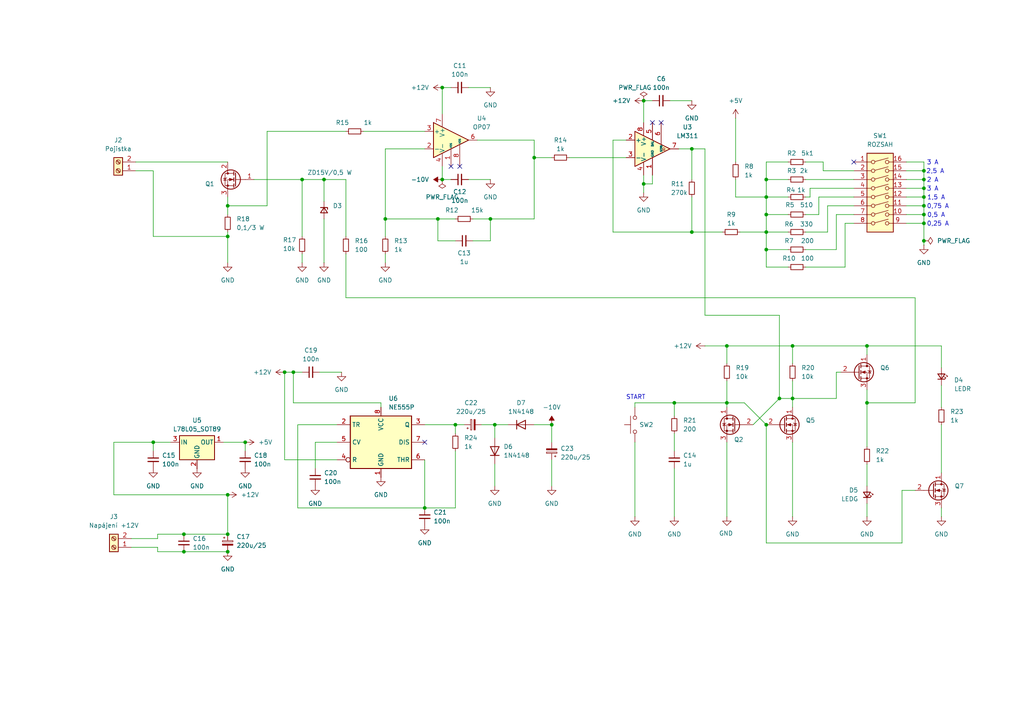
<source format=kicad_sch>
(kicad_sch (version 20231120) (generator "eeschema") (generator_version "8.0")
  (paper "A4")
  (lib_symbols
    (symbol "Amplifier_Operational:OP07" (pin_names (offset 0.127))
      (property "Reference" "U" (at 1.27 6.35 0))
      (property "Value" "OP07" (at 1.27 3.81 0))
      (symbol "OP07_1_1"
        (pin input line (at 0 -7.62 90) (length 5.08) (name "VOS") (number "1"))
        (pin input line (at -7.62 -2.54 0) (length 2.54) (name "-") (number "2"))
        (pin input line (at -7.62 2.54 0) (length 2.54) (name "+") (number "3"))
        (pin power_in line (at -2.54 -7.62 90) (length 3.81) (name "V-") (number "4"))
        (pin no_connect line (at 0 2.54 270) (length 2.54) hide (name "NC") (number "5"))
        (pin output line (at 7.62 0 180) (length 2.54) (name "~") (number "6"))
        (pin power_in line (at -2.54 7.62 270) (length 3.81) (name "V+") (number "7"))
        (pin input line (at 2.54 -7.62 90) (length 6.35) (name "VOS") (number "8"))
      )
    )
    (symbol "Comparator:LM311" (pin_names (offset 0.127))
      (property "Reference" "U" (at 3.81 6.35 0))
      (property "Value" "LM311" (at 3.81 3.81 0))
      (symbol "LM311_1_1"
        (pin passive line (at 0 -7.62 90) (length 5.08) (name "GND") (number "1"))
        (pin input line (at -7.62 2.54 0) (length 2.54) (name "+") (number "2"))
        (pin input line (at -7.62 -2.54 0) (length 2.54) (name "-") (number "3"))
        (pin power_in line (at -2.54 -7.62 90) (length 3.81) (name "V-") (number "4"))
        (pin input line (at 0 7.62 270) (length 5.08) (name "BAL") (number "5"))
        (pin input line (at 2.54 7.62 270) (length 6.35) (name "STRB") (number "6"))
        (pin open_collector line (at 7.62 0 180) (length 2.54) (name "~") (number "7"))
        (pin power_in line (at -2.54 7.62 270) (length 3.81) (name "V+") (number "8"))
      )
    )
    (symbol "Connector:Screw_Terminal_01x02" (pin_names (offset 1.016) hide)
      (property "Reference" "J" (at 0 2.54 0))
      (property "Value" "Screw_Terminal_01x02" (at 0 -5.08 0))
      (symbol "Screw_Terminal_01x02_1_1"
        (pin passive line (at -5.08 0 0) (length 3.81) (name "Pin_1") (number "1"))
        (pin passive line (at -5.08 -2.54 0) (length 3.81) (name "Pin_2") (number "2"))
      )
    )
    (symbol "Device:C_Polarized_Small" (pin_numbers hide) (pin_names (offset 0.254) hide)
      (property "Reference" "C" (at 0.254 1.778 0))
      (property "Value" "C_Polarized_Small" (at 0.254 -2.032 0))
      (symbol "C_Polarized_Small_1_1"
        (pin passive line (at 0 2.54 270) (length 1.8542) (name "~") (number "1"))
        (pin passive line (at 0 -2.54 90) (length 1.8542) (name "~") (number "2"))
      )
    )
    (symbol "Device:C_Small" (pin_numbers hide) (pin_names (offset 0.254) hide)
      (property "Reference" "C" (at 0.254 1.778 0))
      (property "Value" "C_Small" (at 0.254 -2.032 0))
      (symbol "C_Small_1_1"
        (pin passive line (at 0 2.54 270) (length 2.032) (name "~") (number "1"))
        (pin passive line (at 0 -2.54 90) (length 2.032) (name "~") (number "2"))
      )
    )
    (symbol "Device:D_Zener_Small" (pin_numbers hide) (pin_names (offset 0.254) hide)
      (property "Reference" "D" (at 0 2.286 0))
      (property "Value" "D_Zener_Small" (at 0 -2.286 0))
      (symbol "D_Zener_Small_1_1"
        (pin passive line (at -2.54 0 0) (length 1.778) (name "K") (number "1"))
        (pin passive line (at 2.54 0 180) (length 1.778) (name "A") (number "2"))
      )
    )
    (symbol "Device:LED_Small" (pin_numbers hide) (pin_names (offset 0.254) hide)
      (property "Reference" "D" (at -1.27 3.175 0))
      (property "Value" "LED_Small" (at -4.445 -2.54 0))
      (symbol "LED_Small_1_1"
        (pin passive line (at -2.54 0 0) (length 1.778) (name "K") (number "1"))
        (pin passive line (at 2.54 0 180) (length 1.778) (name "A") (number "2"))
      )
    )
    (symbol "Device:Q_NMOS_GDS" (pin_names (offset 0) hide)
      (property "Reference" "Q" (at 5.08 1.27 0))
      (property "Value" "Q_NMOS_GDS" (at 5.08 -1.27 0))
      (symbol "Q_NMOS_GDS_1_1"
        (pin input line (at -5.08 0 0) (length 2.54) (name "G") (number "1"))
        (pin passive line (at 2.54 5.08 270) (length 2.54) (name "D") (number "2"))
        (pin passive line (at 2.54 -5.08 90) (length 2.54) (name "S") (number "3"))
      )
    )
    (symbol "Device:R_Small" (pin_numbers hide) (pin_names (offset 0.254) hide)
      (property "Reference" "R" (at 0.762 0.508 0))
      (property "Value" "R_Small" (at 0.762 -1.016 0))
      (symbol "R_Small_1_1"
        (pin passive line (at 0 2.54 270) (length 0.762) (name "~") (number "1"))
        (pin passive line (at 0 -2.54 90) (length 0.762) (name "~") (number "2"))
      )
    )
    (symbol "Diode:1N4148" (pin_numbers hide) (pin_names hide)
      (property "Reference" "D" (at 0 2.54 0))
      (property "Value" "1N4148" (at 0 -2.54 0))
      (symbol "1N4148_1_1"
        (pin passive line (at -3.81 0 0) (length 2.54) (name "K") (number "1"))
        (pin passive line (at 3.81 0 180) (length 2.54) (name "A") (number "2"))
      )
    )
    (symbol "Regulator_Linear:L78L05_SOT89" (pin_names (offset 0.254))
      (property "Reference" "U" (at -3.81 3.175 0))
      (property "Value" "L78L05_SOT89" (at -0.635 3.175 0))
      (symbol "L78L05_SOT89_1_1"
        (pin power_out line (at 7.62 0 180) (length 2.54) (name "OUT") (number "1"))
        (pin power_in line (at 0 -7.62 90) (length 2.54) (name "GND") (number "2"))
        (pin power_in line (at -7.62 0 0) (length 2.54) (name "IN") (number "3"))
      )
    )
    (symbol "Switch:SW_DIP_x08" (pin_names (offset 0) hide)
      (property "Reference" "SW" (at 0 13.97 0))
      (property "Value" "SW_DIP_x08" (at 0 -11.43 0))
      (symbol "SW_DIP_x08_1_1"
        (pin passive line (at -7.62 10.16 0) (length 5.08) (name "~") (number "1"))
        (pin passive line (at 7.62 -5.08 180) (length 5.08) (name "~") (number "10"))
        (pin passive line (at 7.62 -2.54 180) (length 5.08) (name "~") (number "11"))
        (pin passive line (at 7.62 0 180) (length 5.08) (name "~") (number "12"))
        (pin passive line (at 7.62 2.54 180) (length 5.08) (name "~") (number "13"))
        (pin passive line (at 7.62 5.08 180) (length 5.08) (name "~") (number "14"))
        (pin passive line (at 7.62 7.62 180) (length 5.08) (name "~") (number "15"))
        (pin passive line (at 7.62 10.16 180) (length 5.08) (name "~") (number "16"))
        (pin passive line (at -7.62 7.62 0) (length 5.08) (name "~") (number "2"))
        (pin passive line (at -7.62 5.08 0) (length 5.08) (name "~") (number "3"))
        (pin passive line (at -7.62 2.54 0) (length 5.08) (name "~") (number "4"))
        (pin passive line (at -7.62 0 0) (length 5.08) (name "~") (number "5"))
        (pin passive line (at -7.62 -2.54 0) (length 5.08) (name "~") (number "6"))
        (pin passive line (at -7.62 -5.08 0) (length 5.08) (name "~") (number "7"))
        (pin passive line (at -7.62 -7.62 0) (length 5.08) (name "~") (number "8"))
        (pin passive line (at 7.62 -7.62 180) (length 5.08) (name "~") (number "9"))
      )
    )
    (symbol "Switch:SW_Push" (pin_numbers hide) (pin_names (offset 1.016) hide)
      (property "Reference" "SW" (at 1.27 2.54 0))
      (property "Value" "SW_Push" (at 0 -1.524 0))
      (symbol "SW_Push_0_1"
        (pin passive line (at -5.08 0 0) (length 2.54) (name "1") (number "1"))
        (pin passive line (at 5.08 0 180) (length 2.54) (name "2") (number "2"))
      )
    )
    (symbol "Timer:NE555P"
      (property "Reference" "U" (at -10.16 8.89 0))
      (property "Value" "NE555P" (at 2.54 8.89 0))
      (symbol "NE555P_0_0"
        (pin power_in line (at 0 -10.16 90) (length 2.54) (name "GND") (number "1"))
        (pin power_in line (at 0 10.16 270) (length 2.54) (name "VCC") (number "8"))
      )
      (symbol "NE555P_1_1"
        (pin input line (at -12.7 5.08 0) (length 3.81) (name "TR") (number "2"))
        (pin output line (at 12.7 5.08 180) (length 3.81) (name "Q") (number "3"))
        (pin input inverted (at -12.7 -5.08 0) (length 3.81) (name "R") (number "4"))
        (pin input line (at -12.7 0 0) (length 3.81) (name "CV") (number "5"))
        (pin input line (at 12.7 -5.08 180) (length 3.81) (name "THR") (number "6"))
        (pin input line (at 12.7 0 180) (length 3.81) (name "DIS") (number "7"))
      )
    )
    (symbol "Transistor_FET:BS170" (pin_names hide)
      (property "Reference" "Q" (at 5.08 1.905 0))
      (property "Value" "BS170" (at 5.08 0 0))
      (symbol "BS170_1_1"
        (pin passive line (at 2.54 5.08 270) (length 2.54) (name "D") (number "1"))
        (pin input line (at -5.08 0 0) (length 2.54) (name "G") (number "2"))
        (pin passive line (at 2.54 -5.08 90) (length 2.54) (name "S") (number "3"))
      )
    )
    (symbol "power:+12V" (power) (pin_numbers hide) (pin_names (offset 0) hide)
      (property "Value" "+12V" (at 0 3.556 0))
      (symbol "+12V_1_1"
        (pin power_in line (at 0 0 90) (length 0) (name "~") (number "1"))
      )
    )
    (symbol "power:+5V" (power) (pin_numbers hide) (pin_names (offset 0) hide)
      (property "Value" "+5V" (at 0 3.556 0))
      (symbol "+5V_1_1"
        (pin power_in line (at 0 0 90) (length 0) (name "~") (number "1"))
      )
    )
    (symbol "power:-10V" (power) (pin_numbers hide) (pin_names (offset 0) hide)
      (property "Value" "-10V" (at 0 3.556 0))
      (symbol "-10V_0_0"
        (pin power_in line (at 0 0 90) (length 0) (name "~") (number "1"))
      )
    )
    (symbol "power:GND" (power) (pin_numbers hide) (pin_names (offset 0) hide)
      (property "Value" "GND" (at 0 -3.81 0))
      (symbol "GND_1_1"
        (pin power_in line (at 0 0 270) (length 0) (name "~") (number "1"))
      )
    )
    (symbol "power:PWR_FLAG" (power) (pin_numbers hide) (pin_names (offset 0) hide)
      (property "Value" "PWR_FLAG" (at 0 3.81 0))
      (symbol "PWR_FLAG_0_0"
        (pin power_out line (at 0 0 90) (length 0) (name "~") (number "1"))
      )
    )
  )
  (junction (at 186.69 29.21))
  (junction (at 222.25 62.23))
  (junction (at 128.27 25.4))
  (junction (at 195.58 116.84))
  (junction (at 123.19 147.32))
  (junction (at 222.25 123.19))
  (junction (at 66.04 154.94))
  (junction (at 142.24 63.5))
  (junction (at 267.97 52.07))
  (junction (at 143.51 123.19))
  (junction (at 267.97 59.69))
  (junction (at 210.82 100.33))
  (junction (at 222.25 57.15))
  (junction (at 229.87 115.57))
  (junction (at 82.55 107.95))
  (junction (at 66.04 68.58))
  (junction (at 53.34 154.94))
  (junction (at 267.97 49.53))
  (junction (at 267.97 62.23))
  (junction (at 132.08 123.19))
  (junction (at 93.98 52.07))
  (junction (at 210.82 116.84))
  (junction (at 128.27 52.07))
  (junction (at 251.46 116.84))
  (junction (at 200.66 67.31))
  (junction (at 229.87 100.33))
  (junction (at 66.04 59.69))
  (junction (at 267.97 69.85))
  (junction (at 267.97 57.15))
  (junction (at 127 63.5))
  (junction (at 226.06 115.57))
  (junction (at 267.97 54.61))
  (junction (at 186.69 53.34))
  (junction (at 85.09 107.95))
  (junction (at 154.94 45.72))
  (junction (at 71.12 128.27))
  (junction (at 66.04 143.51))
  (junction (at 87.63 52.07))
  (junction (at 222.25 72.39))
  (junction (at 53.34 160.02))
  (junction (at 222.25 67.31))
  (junction (at 160.02 123.19))
  (junction (at 44.45 128.27))
  (junction (at 222.25 52.07))
  (junction (at 251.46 100.33))
  (junction (at 66.04 160.02))
  (junction (at 267.97 64.77))
  (junction (at 111.76 63.5))
  (junction (at 200.66 43.18))
  (no_connect (at 191.77 35.56))
  (no_connect (at 189.23 35.56))
  (no_connect (at 123.19 128.27))
  (no_connect (at 247.65 46.99))
  (no_connect (at 130.81 48.26))
  (no_connect (at 133.35 48.26))
  (wire (pts (xy 222.25 57.15) (xy 228.6 57.15)))
  (wire (pts (xy 38.1 158.75) (xy 45.72 158.75)))
  (wire (pts (xy 87.63 107.95) (xy 85.09 107.95)))
  (wire (pts (xy 262.89 62.23) (xy 267.97 62.23)))
  (wire (pts (xy 66.04 68.58) (xy 66.04 76.2)))
  (wire (pts (xy 130.81 25.4) (xy 128.27 25.4)))
  (wire (pts (xy 234.95 54.61) (xy 247.65 54.61)))
  (wire (pts (xy 160.02 140.97) (xy 160.02 133.35)))
  (wire (pts (xy 71.12 128.27) (xy 71.12 130.81)))
  (wire (pts (xy 200.66 67.31) (xy 209.55 67.31)))
  (wire (pts (xy 247.65 49.53) (xy 238.76 49.53)))
  (wire (pts (xy 229.87 100.33) (xy 251.46 100.33)))
  (wire (pts (xy 262.89 57.15) (xy 267.97 57.15)))
  (wire (pts (xy 91.44 135.89) (xy 91.44 128.27)))
  (wire (pts (xy 262.89 52.07) (xy 267.97 52.07)))
  (wire (pts (xy 45.72 160.02) (xy 53.34 160.02)))
  (wire (pts (xy 265.43 142.24) (xy 261.62 142.24)))
  (wire (pts (xy 273.05 111.76) (xy 273.05 118.11)))
  (wire (pts (xy 267.97 46.99) (xy 262.89 46.99)))
  (wire (pts (xy 233.68 67.31) (xy 240.03 67.31)))
  (wire (pts (xy 154.94 123.19) (xy 160.02 123.19)))
  (wire (pts (xy 105.41 38.1) (xy 123.19 38.1)))
  (wire (pts (xy 267.97 54.61) (xy 267.97 52.07)))
  (wire (pts (xy 39.37 49.53) (xy 44.45 49.53)))
  (wire (pts (xy 215.9 116.84) (xy 222.25 123.19)))
  (wire (pts (xy 44.45 128.27) (xy 49.53 128.27)))
  (wire (pts (xy 33.02 143.51) (xy 33.02 128.27)))
  (wire (pts (xy 251.46 116.84) (xy 265.43 116.84)))
  (wire (pts (xy 251.46 113.03) (xy 251.46 116.84)))
  (wire (pts (xy 132.08 123.19) (xy 134.62 123.19)))
  (wire (pts (xy 210.82 110.49) (xy 210.82 116.84)))
  (wire (pts (xy 261.62 142.24) (xy 261.62 157.48)))
  (wire (pts (xy 251.46 146.05) (xy 251.46 149.86)))
  (wire (pts (xy 82.55 107.95) (xy 82.55 133.35)))
  (wire (pts (xy 261.62 157.48) (xy 222.25 157.48)))
  (wire (pts (xy 262.89 54.61) (xy 267.97 54.61)))
  (wire (pts (xy 262.89 49.53) (xy 267.97 49.53)))
  (wire (pts (xy 137.16 63.5) (xy 142.24 63.5)))
  (wire (pts (xy 123.19 147.32) (xy 86.36 147.32)))
  (wire (pts (xy 111.76 43.18) (xy 123.19 43.18)))
  (wire (pts (xy 143.51 123.19) (xy 143.51 127)))
  (wire (pts (xy 92.71 107.95) (xy 99.06 107.95)))
  (wire (pts (xy 194.31 29.21) (xy 200.66 29.21)))
  (wire (pts (xy 110.49 118.11) (xy 110.49 116.84)))
  (wire (pts (xy 222.25 67.31) (xy 228.6 67.31)))
  (wire (pts (xy 233.68 72.39) (xy 242.57 72.39)))
  (wire (pts (xy 132.08 147.32) (xy 123.19 147.32)))
  (wire (pts (xy 45.72 160.02) (xy 45.72 158.75)))
  (wire (pts (xy 233.68 52.07) (xy 247.65 52.07)))
  (wire (pts (xy 267.97 69.85) (xy 267.97 64.77)))
  (wire (pts (xy 214.63 67.31) (xy 222.25 67.31)))
  (wire (pts (xy 233.68 62.23) (xy 237.49 62.23)))
  (wire (pts (xy 251.46 100.33) (xy 273.05 100.33)))
  (wire (pts (xy 204.47 91.44) (xy 226.06 91.44)))
  (wire (pts (xy 222.25 157.48) (xy 222.25 123.19)))
  (wire (pts (xy 210.82 116.84) (xy 215.9 116.84)))
  (wire (pts (xy 242.57 107.95) (xy 242.57 115.57)))
  (wire (pts (xy 128.27 48.26) (xy 128.27 52.07)))
  (wire (pts (xy 240.03 67.31) (xy 240.03 59.69)))
  (wire (pts (xy 53.34 160.02) (xy 66.04 160.02)))
  (wire (pts (xy 222.25 46.99) (xy 222.25 52.07)))
  (wire (pts (xy 195.58 116.84) (xy 195.58 120.65)))
  (wire (pts (xy 186.69 53.34) (xy 186.69 55.88)))
  (wire (pts (xy 210.82 100.33) (xy 210.82 105.41)))
  (wire (pts (xy 93.98 58.42) (xy 93.98 52.07)))
  (wire (pts (xy 132.08 69.85) (xy 127 69.85)))
  (wire (pts (xy 242.57 115.57) (xy 229.87 115.57)))
  (wire (pts (xy 44.45 68.58) (xy 66.04 68.58)))
  (wire (pts (xy 110.49 116.84) (xy 85.09 116.84)))
  (wire (pts (xy 229.87 128.27) (xy 229.87 149.86)))
  (wire (pts (xy 222.25 52.07) (xy 222.25 57.15)))
  (wire (pts (xy 226.06 115.57) (xy 229.87 115.57)))
  (wire (pts (xy 73.66 52.07) (xy 87.63 52.07)))
  (wire (pts (xy 86.36 123.19) (xy 86.36 147.32)))
  (wire (pts (xy 251.46 116.84) (xy 251.46 129.54)))
  (wire (pts (xy 200.66 43.18) (xy 200.66 52.07)))
  (wire (pts (xy 238.76 46.99) (xy 233.68 46.99)))
  (wire (pts (xy 195.58 135.89) (xy 195.58 149.86)))
  (wire (pts (xy 229.87 100.33) (xy 210.82 100.33)))
  (wire (pts (xy 128.27 52.07) (xy 130.81 52.07)))
  (wire (pts (xy 267.97 57.15) (xy 267.97 54.61)))
  (wire (pts (xy 100.33 52.07) (xy 100.33 68.58)))
  (wire (pts (xy 93.98 52.07) (xy 100.33 52.07)))
  (wire (pts (xy 127 69.85) (xy 127 63.5)))
  (wire (pts (xy 189.23 29.21) (xy 186.69 29.21)))
  (wire (pts (xy 165.1 45.72) (xy 181.61 45.72)))
  (wire (pts (xy 184.15 128.27) (xy 184.15 149.86)))
  (wire (pts (xy 87.63 52.07) (xy 87.63 68.58)))
  (wire (pts (xy 177.8 67.31) (xy 177.8 40.64)))
  (wire (pts (xy 267.97 52.07) (xy 267.97 49.53)))
  (wire (pts (xy 111.76 68.58) (xy 111.76 63.5)))
  (wire (pts (xy 237.49 62.23) (xy 237.49 57.15)))
  (wire (pts (xy 154.94 40.64) (xy 154.94 45.72)))
  (wire (pts (xy 38.1 156.21) (xy 45.72 156.21)))
  (wire (pts (xy 267.97 62.23) (xy 267.97 59.69)))
  (wire (pts (xy 251.46 100.33) (xy 251.46 102.87)))
  (wire (pts (xy 195.58 125.73) (xy 195.58 130.81)))
  (wire (pts (xy 39.37 46.99) (xy 66.04 46.99)))
  (wire (pts (xy 86.36 123.19) (xy 97.79 123.19)))
  (wire (pts (xy 132.08 123.19) (xy 132.08 125.73)))
  (wire (pts (xy 245.11 77.47) (xy 245.11 64.77)))
  (wire (pts (xy 85.09 107.95) (xy 82.55 107.95)))
  (wire (pts (xy 273.05 123.19) (xy 273.05 137.16)))
  (wire (pts (xy 135.89 25.4) (xy 142.24 25.4)))
  (wire (pts (xy 93.98 52.07) (xy 87.63 52.07)))
  (wire (pts (xy 177.8 40.64) (xy 181.61 40.64)))
  (wire (pts (xy 45.72 156.21) (xy 45.72 154.94)))
  (wire (pts (xy 242.57 62.23) (xy 247.65 62.23)))
  (wire (pts (xy 218.44 123.19) (xy 226.06 115.57)))
  (wire (pts (xy 154.94 63.5) (xy 154.94 45.72)))
  (wire (pts (xy 87.63 73.66) (xy 87.63 76.2)))
  (wire (pts (xy 111.76 63.5) (xy 111.76 43.18)))
  (wire (pts (xy 204.47 43.18) (xy 204.47 91.44)))
  (wire (pts (xy 142.24 63.5) (xy 154.94 63.5)))
  (wire (pts (xy 200.66 57.15) (xy 200.66 67.31)))
  (wire (pts (xy 111.76 63.5) (xy 127 63.5)))
  (wire (pts (xy 143.51 123.19) (xy 147.32 123.19)))
  (wire (pts (xy 91.44 128.27) (xy 97.79 128.27)))
  (wire (pts (xy 184.15 118.11) (xy 184.15 116.84)))
  (wire (pts (xy 154.94 45.72) (xy 160.02 45.72)))
  (wire (pts (xy 127 63.5) (xy 132.08 63.5)))
  (wire (pts (xy 44.45 49.53) (xy 44.45 68.58)))
  (wire (pts (xy 222.25 67.31) (xy 222.25 72.39)))
  (wire (pts (xy 138.43 40.64) (xy 154.94 40.64)))
  (wire (pts (xy 45.72 154.94) (xy 53.34 154.94)))
  (wire (pts (xy 85.09 116.84) (xy 85.09 107.95)))
  (wire (pts (xy 177.8 67.31) (xy 200.66 67.31)))
  (wire (pts (xy 222.25 52.07) (xy 228.6 52.07)))
  (wire (pts (xy 195.58 116.84) (xy 210.82 116.84)))
  (wire (pts (xy 64.77 128.27) (xy 71.12 128.27)))
  (wire (pts (xy 186.69 50.8) (xy 186.69 53.34)))
  (wire (pts (xy 123.19 133.35) (xy 123.19 147.32)))
  (wire (pts (xy 226.06 91.44) (xy 226.06 115.57)))
  (wire (pts (xy 265.43 86.36) (xy 265.43 116.84)))
  (wire (pts (xy 128.27 25.4) (xy 128.27 33.02)))
  (wire (pts (xy 160.02 123.19) (xy 160.02 128.27)))
  (wire (pts (xy 66.04 154.94) (xy 66.04 143.51)))
  (wire (pts (xy 82.55 133.35) (xy 97.79 133.35)))
  (wire (pts (xy 242.57 62.23) (xy 242.57 72.39)))
  (wire (pts (xy 123.19 123.19) (xy 132.08 123.19)))
  (wire (pts (xy 100.33 38.1) (xy 77.47 38.1)))
  (wire (pts (xy 273.05 106.68) (xy 273.05 100.33)))
  (wire (pts (xy 262.89 64.77) (xy 267.97 64.77)))
  (wire (pts (xy 222.25 57.15) (xy 222.25 62.23)))
  (wire (pts (xy 213.36 57.15) (xy 222.25 57.15)))
  (wire (pts (xy 139.7 123.19) (xy 143.51 123.19)))
  (wire (pts (xy 222.25 72.39) (xy 222.25 77.47)))
  (wire (pts (xy 204.47 100.33) (xy 210.82 100.33)))
  (wire (pts (xy 243.84 107.95) (xy 242.57 107.95)))
  (wire (pts (xy 66.04 57.15) (xy 66.04 59.69)))
  (wire (pts (xy 213.36 52.07) (xy 213.36 57.15)))
  (wire (pts (xy 238.76 49.53) (xy 238.76 46.99)))
  (wire (pts (xy 184.15 116.84) (xy 195.58 116.84)))
  (wire (pts (xy 267.97 64.77) (xy 267.97 62.23)))
  (wire (pts (xy 66.04 59.69) (xy 66.04 62.23)))
  (wire (pts (xy 273.05 147.32) (xy 273.05 149.86)))
  (wire (pts (xy 143.51 140.97) (xy 143.51 134.62)))
  (wire (pts (xy 200.66 43.18) (xy 204.47 43.18)))
  (wire (pts (xy 66.04 143.51) (xy 33.02 143.51)))
  (wire (pts (xy 229.87 115.57) (xy 229.87 118.11)))
  (wire (pts (xy 229.87 100.33) (xy 229.87 105.41)))
  (wire (pts (xy 132.08 130.81) (xy 132.08 147.32)))
  (wire (pts (xy 267.97 49.53) (xy 267.97 46.99)))
  (wire (pts (xy 222.25 72.39) (xy 228.6 72.39)))
  (wire (pts (xy 135.89 52.07) (xy 142.24 52.07)))
  (wire (pts (xy 213.36 34.29) (xy 213.36 46.99)))
  (wire (pts (xy 93.98 63.5) (xy 93.98 76.2)))
  (wire (pts (xy 251.46 134.62) (xy 251.46 140.97)))
  (wire (pts (xy 186.69 29.21) (xy 186.69 35.56)))
  (wire (pts (xy 137.16 69.85) (xy 142.24 69.85)))
  (wire (pts (xy 142.24 69.85) (xy 142.24 63.5)))
  (wire (pts (xy 222.25 62.23) (xy 222.25 67.31)))
  (wire (pts (xy 234.95 57.15) (xy 234.95 54.61)))
  (wire (pts (xy 222.25 62.23) (xy 228.6 62.23)))
  (wire (pts (xy 262.89 59.69) (xy 267.97 59.69)))
  (wire (pts (xy 267.97 71.12) (xy 267.97 69.85)))
  (wire (pts (xy 228.6 46.99) (xy 222.25 46.99)))
  (wire (pts (xy 233.68 77.47) (xy 245.11 77.47)))
  (wire (pts (xy 77.47 59.69) (xy 66.04 59.69)))
  (wire (pts (xy 77.47 38.1) (xy 77.47 59.69)))
  (wire (pts (xy 245.11 64.77) (xy 247.65 64.77)))
  (wire (pts (xy 233.68 57.15) (xy 234.95 57.15)))
  (wire (pts (xy 111.76 73.66) (xy 111.76 76.2)))
  (wire (pts (xy 33.02 128.27) (xy 44.45 128.27)))
  (wire (pts (xy 229.87 110.49) (xy 229.87 115.57)))
  (wire (pts (xy 189.23 50.8) (xy 189.23 53.34)))
  (wire (pts (xy 189.23 53.34) (xy 186.69 53.34)))
  (wire (pts (xy 196.85 43.18) (xy 200.66 43.18)))
  (wire (pts (xy 100.33 73.66) (xy 100.33 86.36)))
  (wire (pts (xy 210.82 128.27) (xy 210.82 149.86)))
  (wire (pts (xy 267.97 59.69) (xy 267.97 57.15)))
  (wire (pts (xy 53.34 154.94) (xy 66.04 154.94)))
  (wire (pts (xy 66.04 67.31) (xy 66.04 68.58)))
  (wire (pts (xy 210.82 116.84) (xy 210.82 118.11)))
  (wire (pts (xy 240.03 59.69) (xy 247.65 59.69)))
  (wire (pts (xy 100.33 86.36) (xy 265.43 86.36)))
  (wire (pts (xy 228.6 77.47) (xy 222.25 77.47)))
  (wire (pts (xy 44.45 128.27) (xy 44.45 130.81)))
  (wire (pts (xy 237.49 57.15) (xy 247.65 57.15)))
  (text "0,75 A" (at 272.034 59.944 0) (effects (font (size 1.27 1.27))))
  (text "3 A" (at 270.51 54.864 0) (effects (font (size 1.27 1.27))))
  (text "0,5 A" (at 271.526 62.484 0) (effects (font (size 1.27 1.27))))
  (text "0,25 A" (at 272.034 65.024 0) (effects (font (size 1.27 1.27))))
  (text "1,5 A" (at 271.526 57.404 0) (effects (font (size 1.27 1.27))))
  (text "2 A" (at 270.51 52.324 0) (effects (font (size 1.27 1.27))))
  (text "START" (at 184.404 115.316 0) (effects (font (size 1.27 1.27))))
  (text "2,5 A" (at 271.272 49.784 0) (effects (font (size 1.27 1.27))))
  (text "3 A" (at 270.51 47.244 0) (effects (font (size 1.27 1.27))))
  (symbol (lib_id "Comparator:LM311") (at 189.23 43.18 0) (unit 1)
    (property "Reference" "U3" (at 199.39 36.8614 0))
    (property "Value" "LM311" (at 199.39 39.4014 0))
    (property "Footprint" "Package_DIP:DIP-8_W7.62mm" (effects (hide yes)))
    (property "Datasheet" "https://www.st.com/resource/en/datasheet/lm311.pdf" (effects (hide yes)))
    (property "Description" "Voltage Comparator, DIP-8/SOIC-8" (effects (hide yes)))
  )
  (symbol (lib_id "power:GND") (at 273.05 149.86 0) (unit 1)
    (property "Reference" "#PWR033" (effects (hide yes)))
    (property "Value" "GND" (at 273.05 154.94 0))
    (property "Description" "Power symbol creates a global label with name \"GND\" , ground" (effects (hide yes)))
  )
  (symbol (lib_id "Device:R_Small") (at 134.62 63.5 90) (unit 1)
    (property "Reference" "R12" (at 131.064 60.96 90))
    (property "Value" "15k" (at 138.43 60.96 90))
    (property "Footprint" "Resistor_THT:R_Axial_DIN0207_L6.3mm_D2.5mm_P7.62mm_Horizontal" (effects (hide yes)))
    (property "Description" "Resistor, small symbol" (effects (hide yes)))
  )
  (symbol (lib_id "Regulator_Linear:L78L05_SOT89") (at 57.15 128.27 0) (unit 1)
    (property "Reference" "U5" (at 57.15 121.92 0))
    (property "Value" "L78L05_SOT89" (at 57.15 124.46 0))
    (property "Footprint" "Package_TO_SOT_SMD:SOT-89-3" (effects (hide yes)))
    (property "Datasheet" "http://www.st.com/content/ccc/resource/technical/document/datasheet/15/55/e5/aa/23/5b/43/fd/CD00000446.pdf/files/CD00000446.pdf/jcr:content/translations/en.CD00000446.pdf" (effects (hide yes)))
    (property "Description" "Positive 100mA 30V Linear Regulator, Fixed Output 5V, SOT-89" (effects (hide yes)))
  )
  (symbol (lib_id "Connector:Screw_Terminal_01x02") (at 34.29 49.53 180) (unit 1)
    (property "Reference" "J2" (at 34.29 40.64 0))
    (property "Value" "Pojistka" (at 34.29 43.18 0))
    (property "Footprint" "TerminalBlock_Phoenix:TerminalBlock_Phoenix_MKDS-1,5-2-5.08_1x02_P5.08mm_Horizontal" (effects (hide yes)))
    (property "Description" "Generic screw terminal, single row, 01x02, script generated (kicad-library-utils/schlib/autogen/connector/)" (effects (hide yes)))
  )
  (symbol (lib_id "power:+12V") (at 82.55 107.95 90) (unit 1)
    (property "Reference" "#PWR041" (effects (hide yes)))
    (property "Value" "+12V" (at 78.74 107.9499 90) (effects (justify left)))
    (property "Description" "Power symbol creates a global label with name \"+12V\"" (effects (hide yes)))
  )
  (symbol (lib_id "Diode:1N4148") (at 143.51 130.81 90) (unit 1)
    (property "Reference" "D6" (at 146.05 129.5399 90) (effects (justify right)))
    (property "Value" "1N4148" (at 146.05 132.0799 90) (effects (justify right)))
    (property "Footprint" "Diode_THT:D_DO-35_SOD27_P7.62mm_Horizontal" (effects (hide yes)))
    (property "Datasheet" "https://assets.nexperia.com/documents/data-sheet/1N4148_1N4448.pdf" (effects (hide yes)))
    (property "Description" "100V 0.15A standard switching diode, DO-35" (effects (hide yes)))
    (property "Sim.Device" "D" (effects (hide yes)))
    (property "Sim.Pins" "1=K 2=A" (effects (hide yes)))
  )
  (symbol (lib_id "power:GND") (at 267.97 71.12 0) (unit 1)
    (property "Reference" "#PWR015" (effects (hide yes)))
    (property "Value" "GND" (at 267.97 76.2 0))
    (property "Description" "Power symbol creates a global label with name \"GND\" , ground" (effects (hide yes)))
  )
  (symbol (lib_id "power:PWR_FLAG") (at 128.27 52.07 180) (unit 1)
    (property "Reference" "#FLG01" (effects (hide yes)))
    (property "Value" "PWR_FLAG" (at 128.27 57.15 0))
    (property "Description" "Special symbol for telling ERC where power comes from" (effects (hide yes)))
  )
  (symbol (lib_id "power:GND") (at 123.19 152.4 0) (unit 1)
    (property "Reference" "#PWR045" (effects (hide yes)))
    (property "Value" "GND" (at 123.19 157.48 0))
    (property "Description" "Power symbol creates a global label with name \"GND\" , ground" (effects (hide yes)))
  )
  (symbol (lib_id "power:GND") (at 200.66 29.21 0) (unit 1)
    (property "Reference" "#PWR017" (effects (hide yes)))
    (property "Value" "GND" (at 200.66 34.29 0))
    (property "Description" "Power symbol creates a global label with name \"GND\" , ground" (effects (hide yes)))
  )
  (symbol (lib_id "power:GND") (at 142.24 25.4 0) (unit 1)
    (property "Reference" "#PWR021" (effects (hide yes)))
    (property "Value" "GND" (at 142.24 30.48 0))
    (property "Description" "Power symbol creates a global label with name \"GND\" , ground" (effects (hide yes)))
  )
  (symbol (lib_id "power:GND") (at 66.04 160.02 0) (unit 1)
    (property "Reference" "#PWR038" (effects (hide yes)))
    (property "Value" "GND" (at 66.04 165.1 0))
    (property "Description" "Power symbol creates a global label with name \"GND\" , ground" (effects (hide yes)))
  )
  (symbol (lib_id "power:GND") (at 251.46 149.86 0) (unit 1)
    (property "Reference" "#PWR032" (effects (hide yes)))
    (property "Value" "GND" (at 251.46 154.94 0))
    (property "Description" "Power symbol creates a global label with name \"GND\" , ground" (effects (hide yes)))
  )
  (symbol (lib_id "Device:R_Small") (at 213.36 49.53 0) (unit 1)
    (property "Reference" "R8" (at 215.9 48.2599 0) (effects (justify left)))
    (property "Value" "1k" (at 215.9 50.7999 0) (effects (justify left)))
    (property "Footprint" "Resistor_THT:R_Axial_DIN0207_L6.3mm_D2.5mm_P7.62mm_Horizontal" (effects (hide yes)))
    (property "Description" "Resistor, small symbol" (effects (hide yes)))
  )
  (symbol (lib_id "Device:R_Small") (at 111.76 71.12 180) (unit 1)
    (property "Reference" "R13" (at 114.3 69.8499 0) (effects (justify right)))
    (property "Value" "1k" (at 114.3 72.3899 0) (effects (justify right)))
    (property "Footprint" "Resistor_THT:R_Axial_DIN0207_L6.3mm_D2.5mm_P7.62mm_Horizontal" (effects (hide yes)))
    (property "Description" "Resistor, small symbol" (effects (hide yes)))
  )
  (symbol (lib_id "Device:R_Small") (at 231.14 46.99 90) (unit 1)
    (property "Reference" "R2" (at 229.616 44.45 90))
    (property "Value" "5k1" (at 234.188 44.45 90))
    (property "Footprint" "Resistor_THT:R_Axial_DIN0207_L6.3mm_D2.5mm_P7.62mm_Horizontal" (effects (hide yes)))
    (property "Description" "Resistor, small symbol" (effects (hide yes)))
  )
  (symbol (lib_id "Transistor_FET:BS170") (at 213.36 123.19 0) (mirror y) (unit 1)
    (property "Reference" "Q2" (at 215.646 127.508 0) (effects (justify left)))
    (property "Value" "BS170" (effects (hide yes)))
    (property "Footprint" "Package_TO_SOT_THT:TO-92_Inline" (effects (hide yes)))
    (property "Datasheet" "https://www.onsemi.com/pub/Collateral/BS170-D.PDF" (effects (hide yes)))
    (property "Description" "0.5A Id, 60V Vds, N-Channel MOSFET, TO-92" (effects (hide yes)))
  )
  (symbol (lib_id "Device:R_Small") (at 100.33 71.12 180) (unit 1)
    (property "Reference" "R16" (at 102.87 69.8499 0) (effects (justify right)))
    (property "Value" "100" (at 102.87 72.3899 0) (effects (justify right)))
    (property "Footprint" "Resistor_THT:R_Axial_DIN0207_L6.3mm_D2.5mm_P7.62mm_Horizontal" (effects (hide yes)))
    (property "Description" "Resistor, small symbol" (effects (hide yes)))
  )
  (symbol (lib_id "power:+5V") (at 71.12 128.27 270) (unit 1)
    (property "Reference" "#PWR039" (effects (hide yes)))
    (property "Value" "+5V" (at 74.93 128.2699 90) (effects (justify left)))
    (property "Description" "Power symbol creates a global label with name \"+5V\"" (effects (hide yes)))
  )
  (symbol (lib_id "power:+5V") (at 213.36 34.29 0) (unit 1)
    (property "Reference" "#PWR019" (effects (hide yes)))
    (property "Value" "+5V" (at 213.36 29.21 0))
    (property "Description" "Power symbol creates a global label with name \"+5V\"" (effects (hide yes)))
  )
  (symbol (lib_id "Timer:NE555P") (at 110.49 128.27 0) (unit 1)
    (property "Reference" "U6" (at 112.6841 115.57 0) (effects (justify left)))
    (property "Value" "NE555P" (at 112.6841 118.11 0) (effects (justify left)))
    (property "Footprint" "Package_DIP:DIP-8_W7.62mm" (effects (hide yes)))
    (property "Datasheet" "http://www.ti.com/lit/ds/symlink/ne555.pdf" (effects (hide yes)))
    (property "Description" "Precision Timers, 555 compatible,  PDIP-8" (effects (hide yes)))
  )
  (symbol (lib_id "Device:C_Small") (at 134.62 69.85 90) (unit 1)
    (property "Reference" "C13" (at 134.62 73.406 90))
    (property "Value" "1u" (at 134.62 75.946 90))
    (property "Footprint" "Capacitor_THT:C_Disc_D5.0mm_W2.5mm_P5.00mm" (effects (hide yes)))
    (property "Description" "Unpolarized capacitor, small symbol" (effects (hide yes)))
  )
  (symbol (lib_id "power:GND") (at 186.69 55.88 0) (unit 1)
    (property "Reference" "#PWR016" (effects (hide yes)))
    (property "Value" "GND" (at 186.69 60.96 0))
    (property "Description" "Power symbol creates a global label with name \"GND\" , ground" (effects (hide yes)))
  )
  (symbol (lib_id "Device:R_Small") (at 195.58 123.19 180) (unit 1)
    (property "Reference" "R21" (at 198.12 121.92 0) (effects (justify right)))
    (property "Value" "200" (at 198.12 124.4599 0) (effects (justify right)))
    (property "Footprint" "Resistor_THT:R_Axial_DIN0207_L6.3mm_D2.5mm_P7.62mm_Horizontal" (effects (hide yes)))
    (property "Description" "Resistor, small symbol" (effects (hide yes)))
  )
  (symbol (lib_id "Device:R_Small") (at 231.14 62.23 90) (unit 1)
    (property "Reference" "R5" (at 229.108 59.436 90))
    (property "Value" "510" (at 233.934 59.436 90))
    (property "Footprint" "Resistor_THT:R_Axial_DIN0207_L6.3mm_D2.5mm_P7.62mm_Horizontal" (effects (hide yes)))
    (property "Description" "Resistor, small symbol" (effects (hide yes)))
  )
  (symbol (lib_id "Device:C_Polarized_Small") (at 137.16 123.19 90) (unit 1)
    (property "Reference" "C22" (at 136.6139 116.84 90))
    (property "Value" "220u/25" (at 136.6139 119.38 90))
    (property "Footprint" "Capacitor_THT:CP_Radial_D8.0mm_P3.50mm" (effects (hide yes)))
    (property "Description" "Polarized capacitor, small symbol" (effects (hide yes)))
  )
  (symbol (lib_id "Device:C_Small") (at 123.19 149.86 0) (unit 1)
    (property "Reference" "C21" (at 125.73 148.5962 0) (effects (justify left)))
    (property "Value" "100n" (at 125.73 151.1362 0) (effects (justify left)))
    (property "Footprint" "Capacitor_THT:C_Disc_D5.0mm_W2.5mm_P5.00mm" (effects (hide yes)))
    (property "Description" "Unpolarized capacitor, small symbol" (effects (hide yes)))
  )
  (symbol (lib_id "Device:R_Small") (at 231.14 72.39 90) (unit 1)
    (property "Reference" "R7" (at 228.854 69.85 90))
    (property "Value" "200" (at 234.188 69.85 90))
    (property "Footprint" "Resistor_THT:R_Axial_DIN0207_L6.3mm_D2.5mm_P7.62mm_Horizontal" (effects (hide yes)))
    (property "Description" "Resistor, small symbol" (effects (hide yes)))
  )
  (symbol (lib_id "Device:C_Polarized_Small") (at 160.02 130.81 180) (unit 1)
    (property "Reference" "C23" (at 162.56 130.086 0) (effects (justify right)))
    (property "Value" "220u/25" (at 162.56 132.626 0) (effects (justify right)))
    (property "Footprint" "Capacitor_THT:CP_Radial_D8.0mm_P3.50mm" (effects (hide yes)))
    (property "Description" "Polarized capacitor, small symbol" (effects (hide yes)))
  )
  (symbol (lib_id "power:GND") (at 111.76 76.2 0) (unit 1)
    (property "Reference" "#PWR024" (effects (hide yes)))
    (property "Value" "GND" (at 111.76 81.28 0))
    (property "Description" "Power symbol creates a global label with name \"GND\" , ground" (effects (hide yes)))
  )
  (symbol (lib_id "Device:R_Small") (at 66.04 64.77 180) (unit 1)
    (property "Reference" "R18" (at 68.58 63.4999 0) (effects (justify right)))
    (property "Value" "0,1/3 W" (at 68.58 66.0399 0) (effects (justify right)))
    (property "Footprint" "Resistor_THT:R_Axial_DIN0918_L18.0mm_D9.0mm_P22.86mm_Horizontal" (effects (hide yes)))
    (property "Description" "Resistor, small symbol" (effects (hide yes)))
  )
  (symbol (lib_id "power:GND") (at 143.51 140.97 0) (unit 1)
    (property "Reference" "#PWR046" (effects (hide yes)))
    (property "Value" "GND" (at 143.51 146.05 0))
    (property "Description" "Power symbol creates a global label with name \"GND\" , ground" (effects (hide yes)))
  )
  (symbol (lib_id "power:GND") (at 229.87 149.86 0) (unit 1)
    (property "Reference" "#PWR031" (effects (hide yes)))
    (property "Value" "GND" (at 229.87 154.94 0))
    (property "Description" "Power symbol creates a global label with name \"GND\" , ground" (effects (hide yes)))
  )
  (symbol (lib_id "power:GND") (at 66.04 76.2 0) (unit 1)
    (property "Reference" "#PWR025" (effects (hide yes)))
    (property "Value" "GND" (at 66.04 81.28 0))
    (property "Description" "Power symbol creates a global label with name \"GND\" , ground" (effects (hide yes)))
  )
  (symbol (lib_id "power:GND") (at 160.02 140.97 0) (unit 1)
    (property "Reference" "#PWR048" (effects (hide yes)))
    (property "Value" "GND" (at 160.02 146.05 0))
    (property "Description" "Power symbol creates a global label with name \"GND\" , ground" (effects (hide yes)))
  )
  (symbol (lib_id "power:+12V") (at 66.04 143.51 270) (unit 1)
    (property "Reference" "#PWR037" (effects (hide yes)))
    (property "Value" "+12V" (at 69.85 143.5099 90) (effects (justify left)))
    (property "Description" "Power symbol creates a global label with name \"+12V\"" (effects (hide yes)))
  )
  (symbol (lib_id "Device:R_Small") (at 102.87 38.1 90) (unit 1)
    (property "Reference" "R15" (at 99.314 35.56 90))
    (property "Value" "1k" (at 106.68 35.56 90))
    (property "Footprint" "Resistor_THT:R_Axial_DIN0207_L6.3mm_D2.5mm_P7.62mm_Horizontal" (effects (hide yes)))
    (property "Description" "Resistor, small symbol" (effects (hide yes)))
  )
  (symbol (lib_id "power:GND") (at 184.15 149.86 0) (unit 1)
    (property "Reference" "#PWR027" (effects (hide yes)))
    (property "Value" "GND" (at 184.15 154.94 0))
    (property "Description" "Power symbol creates a global label with name \"GND\" , ground" (effects (hide yes)))
  )
  (symbol (lib_id "power:GND") (at 44.45 135.89 0) (unit 1)
    (property "Reference" "#PWR035" (effects (hide yes)))
    (property "Value" "GND" (at 44.45 140.97 0))
    (property "Description" "Power symbol creates a global label with name \"GND\" , ground" (effects (hide yes)))
  )
  (symbol (lib_id "Device:C_Small") (at 90.17 107.95 90) (unit 1)
    (property "Reference" "C19" (at 90.1763 101.6 90))
    (property "Value" "100n" (at 90.1763 104.14 90))
    (property "Footprint" "Capacitor_THT:C_Disc_D5.0mm_W2.5mm_P5.00mm" (effects (hide yes)))
    (property "Description" "Unpolarized capacitor, small symbol" (effects (hide yes)))
  )
  (symbol (lib_id "Transistor_FET:BS170") (at 227.33 123.19 0) (unit 1)
    (property "Reference" "Q5" (at 233.68 121.9199 0) (effects (justify left)))
    (property "Value" "BS170" (effects (hide yes)))
    (property "Footprint" "Package_TO_SOT_THT:TO-92_Inline" (effects (hide yes)))
    (property "Datasheet" "https://www.onsemi.com/pub/Collateral/BS170-D.PDF" (effects (hide yes)))
    (property "Description" "0.5A Id, 60V Vds, N-Channel MOSFET, TO-92" (effects (hide yes)))
  )
  (symbol (lib_id "Amplifier_Operational:OP07") (at 130.81 40.64 0) (unit 1)
    (property "Reference" "U4" (at 139.7 34.3214 0))
    (property "Value" "OP07" (at 139.7 36.8614 0))
    (property "Footprint" "Package_DIP:DIP-8_W7.62mm" (effects (hide yes)))
    (property "Datasheet" "https://www.analog.com/media/en/technical-documentation/data-sheets/OP07.pdf" (effects (hide yes)))
    (property "Description" "Single Ultra-Low Offset Voltage Operational Amplifier, DIP-8/SOIC-8" (effects (hide yes)))
  )
  (symbol (lib_id "Device:R_Small") (at 132.08 128.27 0) (unit 1)
    (property "Reference" "R24" (at 134.62 126.9999 0) (effects (justify left)))
    (property "Value" "1k" (at 134.62 129.5399 0) (effects (justify left)))
    (property "Footprint" "Resistor_THT:R_Axial_DIN0207_L6.3mm_D2.5mm_P7.62mm_Horizontal" (effects (hide yes)))
    (property "Description" "Resistor, small symbol" (effects (hide yes)))
  )
  (symbol (lib_id "Device:LED_Small") (at 251.46 143.51 270) (mirror x) (unit 1)
    (property "Reference" "D5" (at 248.92 142.1764 90) (effects (justify right)))
    (property "Value" "LEDG" (at 248.92 144.7164 90) (effects (justify right)))
    (property "Footprint" "LED_THT:LED_D5.0mm" (effects (hide yes)))
    (property "Description" "Light emitting diode, small symbol" (effects (hide yes)))
  )
  (symbol (lib_id "Device:R_Small") (at 210.82 107.95 180) (unit 1)
    (property "Reference" "R19" (at 213.36 106.6799 0) (effects (justify right)))
    (property "Value" "10k" (at 213.36 109.2199 0) (effects (justify right)))
    (property "Footprint" "Resistor_THT:R_Axial_DIN0207_L6.3mm_D2.5mm_P7.62mm_Horizontal" (effects (hide yes)))
    (property "Description" "Resistor, small symbol" (effects (hide yes)))
  )
  (symbol (lib_id "power:+12V") (at 128.27 25.4 90) (unit 1)
    (property "Reference" "#PWR020" (effects (hide yes)))
    (property "Value" "+12V" (at 124.46 25.3999 90) (effects (justify left)))
    (property "Description" "Power symbol creates a global label with name \"+12V\"" (effects (hide yes)))
  )
  (symbol (lib_id "Device:R_Small") (at 231.14 77.47 90) (unit 1)
    (property "Reference" "R10" (at 228.854 74.93 90))
    (property "Value" "100" (at 234.188 74.93 90))
    (property "Footprint" "Resistor_THT:R_Axial_DIN0207_L6.3mm_D2.5mm_P7.62mm_Horizontal" (effects (hide yes)))
    (property "Description" "Resistor, small symbol" (effects (hide yes)))
  )
  (symbol (lib_id "Connector:Screw_Terminal_01x02") (at 33.02 158.75 180) (unit 1)
    (property "Reference" "J3" (at 33.02 149.86 0))
    (property "Value" "Napájení +12V" (at 33.02 152.4 0))
    (property "Footprint" "TerminalBlock_Phoenix:TerminalBlock_Phoenix_MKDS-1,5-2-5.08_1x02_P5.08mm_Horizontal" (effects (hide yes)))
    (property "Description" "Generic screw terminal, single row, 01x02, script generated (kicad-library-utils/schlib/autogen/connector/)" (effects (hide yes)))
  )
  (symbol (lib_id "Device:C_Small") (at 53.34 157.48 0) (unit 1)
    (property "Reference" "C16" (at 55.88 156.2162 0) (effects (justify left)))
    (property "Value" "100n" (at 55.88 158.7562 0) (effects (justify left)))
    (property "Footprint" "Capacitor_THT:C_Disc_D5.0mm_W2.5mm_P5.00mm" (effects (hide yes)))
    (property "Description" "Unpolarized capacitor, small symbol" (effects (hide yes)))
  )
  (symbol (lib_id "power:GND") (at 210.82 149.86 0) (unit 1)
    (property "Reference" "#PWR034" (effects (hide yes)))
    (property "Value" "GND" (at 210.566 154.686 0))
    (property "Description" "Power symbol creates a global label with name \"GND\" , ground" (effects (hide yes)))
  )
  (symbol (lib_id "Device:R_Small") (at 231.14 57.15 90) (unit 1)
    (property "Reference" "R4" (at 229.362 55.118 90))
    (property "Value" "1k" (at 232.41 55.118 90))
    (property "Footprint" "Resistor_THT:R_Axial_DIN0207_L6.3mm_D2.5mm_P7.62mm_Horizontal" (effects (hide yes)))
    (property "Description" "Resistor, small symbol" (effects (hide yes)))
  )
  (symbol (lib_id "Transistor_FET:BS170") (at 270.51 142.24 0) (unit 1)
    (property "Reference" "Q7" (at 276.86 140.9699 0) (effects (justify left)))
    (property "Value" "BS170" (effects (hide yes)))
    (property "Footprint" "Package_TO_SOT_THT:TO-92_Inline" (effects (hide yes)))
    (property "Datasheet" "https://www.onsemi.com/pub/Collateral/BS170-D.PDF" (effects (hide yes)))
    (property "Description" "0.5A Id, 60V Vds, N-Channel MOSFET, TO-92" (effects (hide yes)))
  )
  (symbol (lib_id "power:GND") (at 93.98 76.2 0) (unit 1)
    (property "Reference" "#PWR030" (effects (hide yes)))
    (property "Value" "GND" (at 93.98 81.28 0))
    (property "Description" "Power symbol creates a global label with name \"GND\" , ground" (effects (hide yes)))
  )
  (symbol (lib_id "power:GND") (at 71.12 135.89 0) (unit 1)
    (property "Reference" "#PWR040" (effects (hide yes)))
    (property "Value" "GND" (at 71.12 140.97 0))
    (property "Description" "Power symbol creates a global label with name \"GND\" , ground" (effects (hide yes)))
  )
  (symbol (lib_id "Device:R_Small") (at 200.66 54.61 0) (unit 1)
    (property "Reference" "R11" (at 194.564 53.34 0) (effects (justify left)))
    (property "Value" "270k" (at 194.564 55.88 0) (effects (justify left)))
    (property "Footprint" "Resistor_THT:R_Axial_DIN0207_L6.3mm_D2.5mm_P7.62mm_Horizontal" (effects (hide yes)))
    (property "Description" "Resistor, small symbol" (effects (hide yes)))
  )
  (symbol (lib_id "Device:C_Small") (at 44.45 133.35 0) (unit 1)
    (property "Reference" "C15" (at 46.99 132.0862 0) (effects (justify left)))
    (property "Value" "100n" (at 46.99 134.6262 0) (effects (justify left)))
    (property "Footprint" "Capacitor_THT:C_Disc_D5.0mm_W2.5mm_P5.00mm" (effects (hide yes)))
    (property "Description" "Unpolarized capacitor, small symbol" (effects (hide yes)))
  )
  (symbol (lib_id "power:GND") (at 57.15 135.89 0) (unit 1)
    (property "Reference" "#PWR036" (effects (hide yes)))
    (property "Value" "GND" (at 57.15 140.97 0))
    (property "Description" "Power symbol creates a global label with name \"GND\" , ground" (effects (hide yes)))
  )
  (symbol (lib_id "power:GND") (at 99.06 107.95 0) (unit 1)
    (property "Reference" "#PWR043" (effects (hide yes)))
    (property "Value" "GND" (at 99.06 113.03 0))
    (property "Description" "Power symbol creates a global label with name \"GND\" , ground" (effects (hide yes)))
  )
  (symbol (lib_id "power:+12V") (at 204.47 100.33 90) (unit 1)
    (property "Reference" "#PWR029" (effects (hide yes)))
    (property "Value" "+12V" (at 200.66 100.3299 90) (effects (justify left)))
    (property "Description" "Power symbol creates a global label with name \"+12V\"" (effects (hide yes)))
  )
  (symbol (lib_id "Device:D_Zener_Small") (at 93.98 60.96 270) (unit 1)
    (property "Reference" "D3" (at 96.52 59.6899 90) (effects (justify left)))
    (property "Value" "ZD15V/0,5 W" (at 89.154 50.038 90) (effects (justify left)))
    (property "Footprint" "Diode_THT:D_DO-41_SOD81_P7.62mm_Horizontal" (effects (hide yes)))
    (property "Description" "Zener diode, small symbol" (effects (hide yes)))
  )
  (symbol (lib_id "Device:C_Small") (at 71.12 133.35 0) (unit 1)
    (property "Reference" "C18" (at 73.66 132.0862 0) (effects (justify left)))
    (property "Value" "100n" (at 73.66 134.6262 0) (effects (justify left)))
    (property "Footprint" "Capacitor_THT:C_Disc_D5.0mm_W2.5mm_P5.00mm" (effects (hide yes)))
    (property "Description" "Unpolarized capacitor, small symbol" (effects (hide yes)))
  )
  (symbol (lib_id "Device:R_Small") (at 251.46 132.08 180) (unit 1)
    (property "Reference" "R22" (at 254 130.8099 0) (effects (justify right)))
    (property "Value" "1k" (at 254 133.3499 0) (effects (justify right)))
    (property "Footprint" "Resistor_THT:R_Axial_DIN0207_L6.3mm_D2.5mm_P7.62mm_Horizontal" (effects (hide yes)))
    (property "Description" "Resistor, small symbol" (effects (hide yes)))
  )
  (symbol (lib_id "Device:R_Small") (at 229.87 107.95 180) (unit 1)
    (property "Reference" "R20" (at 232.41 106.6799 0) (effects (justify right)))
    (property "Value" "10k" (at 232.41 109.2199 0) (effects (justify right)))
    (property "Footprint" "Resistor_THT:R_Axial_DIN0207_L6.3mm_D2.5mm_P7.62mm_Horizontal" (effects (hide yes)))
    (property "Description" "Resistor, small symbol" (effects (hide yes)))
  )
  (symbol (lib_id "Device:C_Polarized_Small") (at 66.04 157.48 0) (unit 1)
    (property "Reference" "C17" (at 68.58 155.6638 0) (effects (justify left)))
    (property "Value" "220u/25" (at 68.58 158.2038 0) (effects (justify left)))
    (property "Footprint" "Capacitor_THT:CP_Radial_D8.0mm_P3.50mm" (effects (hide yes)))
    (property "Description" "Polarized capacitor, small symbol" (effects (hide yes)))
  )
  (symbol (lib_id "power:-10V") (at 160.02 123.19 0) (unit 1)
    (property "Reference" "#PWR047" (effects (hide yes)))
    (property "Value" "-10V" (at 160.02 118.11 0))
    (property "Description" "Power symbol creates a global label with name \"-10V\"" (effects (hide yes)))
  )
  (symbol (lib_id "Device:C_Small") (at 195.58 133.35 0) (unit 1)
    (property "Reference" "C14" (at 198.12 132.0862 0) (effects (justify left)))
    (property "Value" "1u" (at 198.12 134.6262 0) (effects (justify left)))
    (property "Footprint" "Capacitor_THT:C_Disc_D5.0mm_W2.5mm_P5.00mm" (effects (hide yes)))
    (property "Description" "Unpolarized capacitor, small symbol" (effects (hide yes)))
  )
  (symbol (lib_id "Device:C_Small") (at 91.44 138.43 0) (unit 1)
    (property "Reference" "C20" (at 93.98 137.1662 0) (effects (justify left)))
    (property "Value" "100n" (at 93.98 139.7062 0) (effects (justify left)))
    (property "Footprint" "Capacitor_THT:C_Disc_D5.0mm_W2.5mm_P5.00mm" (effects (hide yes)))
    (property "Description" "Unpolarized capacitor, small symbol" (effects (hide yes)))
  )
  (symbol (lib_id "Device:R_Small") (at 273.05 120.65 180) (unit 1)
    (property "Reference" "R23" (at 275.59 119.3799 0) (effects (justify right)))
    (property "Value" "1k" (at 275.59 121.9199 0) (effects (justify right)))
    (property "Footprint" "Resistor_THT:R_Axial_DIN0207_L6.3mm_D2.5mm_P7.62mm_Horizontal" (effects (hide yes)))
    (property "Description" "Resistor, small symbol" (effects (hide yes)))
  )
  (symbol (lib_id "Device:R_Small") (at 87.63 71.12 180) (unit 1)
    (property "Reference" "R17" (at 82.042 69.596 0) (effects (justify right)))
    (property "Value" "10k" (at 82.042 72.136 0) (effects (justify right)))
    (property "Footprint" "Resistor_THT:R_Axial_DIN0207_L6.3mm_D2.5mm_P7.62mm_Horizontal" (effects (hide yes)))
    (property "Description" "Resistor, small symbol" (effects (hide yes)))
  )
  (symbol (lib_id "Switch:SW_DIP_x08") (at 255.27 57.15 0) (unit 1)
    (property "Reference" "SW1" (at 255.27 39.37 0))
    (property "Value" "ROZSAH" (at 255.27 41.91 0))
    (property "Footprint" "Button_Switch_THT:SW_DIP_SPSTx08_Slide_9.78x22.5mm_W7.62mm_P2.54mm" (effects (hide yes)))
    (property "Description" "8x DIP Switch, Single Pole Single Throw (SPST) switch, small symbol" (effects (hide yes)))
  )
  (symbol (lib_id "power:GND") (at 142.24 52.07 0) (unit 1)
    (property "Reference" "#PWR023" (effects (hide yes)))
    (property "Value" "GND" (at 142.24 57.15 0))
    (property "Description" "Power symbol creates a global label with name \"GND\" , ground" (effects (hide yes)))
  )
  (symbol (lib_id "power:PWR_FLAG") (at 186.69 29.21 0) (unit 1)
    (property "Reference" "#FLG03" (effects (hide yes)))
    (property "Value" "PWR_FLAG" (at 184.15 25.4 0))
    (property "Description" "Special symbol for telling ERC where power comes from" (effects (hide yes)))
  )
  (symbol (lib_id "power:GND") (at 110.49 138.43 0) (unit 1)
    (property "Reference" "#PWR044" (effects (hide yes)))
    (property "Value" "GND" (at 110.49 143.51 0))
    (property "Description" "Power symbol creates a global label with name \"GND\" , ground" (effects (hide yes)))
  )
  (symbol (lib_id "Diode:1N4148") (at 151.13 123.19 0) (unit 1)
    (property "Reference" "D7" (at 151.13 116.84 0))
    (property "Value" "1N4148" (at 151.13 119.38 0))
    (property "Footprint" "Diode_THT:D_DO-35_SOD27_P7.62mm_Horizontal" (effects (hide yes)))
    (property "Datasheet" "https://assets.nexperia.com/documents/data-sheet/1N4148_1N4448.pdf" (effects (hide yes)))
    (property "Description" "100V 0.15A standard switching diode, DO-35" (effects (hide yes)))
    (property "Sim.Device" "D" (effects (hide yes)))
    (property "Sim.Pins" "1=K 2=A" (effects (hide yes)))
  )
  (symbol (lib_id "Transistor_FET:BS170") (at 248.92 107.95 0) (unit 1)
    (property "Reference" "Q6" (at 255.27 106.6799 0) (effects (justify left)))
    (property "Value" "BS170" (effects (hide yes)))
    (property "Footprint" "Package_TO_SOT_THT:TO-92_Inline" (effects (hide yes)))
    (property "Datasheet" "https://www.onsemi.com/pub/Collateral/BS170-D.PDF" (effects (hide yes)))
    (property "Description" "0.5A Id, 60V Vds, N-Channel MOSFET, TO-92" (effects (hide yes)))
  )
  (symbol (lib_id "power:GND") (at 195.58 149.86 0) (unit 1)
    (property "Reference" "#PWR028" (effects (hide yes)))
    (property "Value" "GND" (at 195.58 154.94 0))
    (property "Description" "Power symbol creates a global label with name \"GND\" , ground" (effects (hide yes)))
  )
  (symbol (lib_id "Switch:SW_Push") (at 184.15 123.19 90) (unit 1)
    (property "Reference" "SW2" (at 185.42 123.1899 90) (effects (justify right)))
    (property "Value" "SW_Push" (effects (hide yes)))
    (property "Footprint" "Button_Switch_THT:SW_PUSH_6mm" (effects (hide yes)))
    (property "Description" "Push button switch, generic, two pins" (effects (hide yes)))
  )
  (symbol (lib_id "Device:R_Small") (at 231.14 67.31 90) (unit 1)
    (property "Reference" "R6" (at 228.854 65.024 90))
    (property "Value" "330" (at 233.934 65.024 90))
    (property "Footprint" "Resistor_THT:R_Axial_DIN0207_L6.3mm_D2.5mm_P7.62mm_Horizontal" (effects (hide yes)))
    (property "Description" "Resistor, small symbol" (effects (hide yes)))
  )
  (symbol (lib_id "Device:R_Small") (at 231.14 52.07 90) (unit 1)
    (property "Reference" "R3" (at 229.616 49.53 90))
    (property "Value" "2k" (at 233.172 49.53 90))
    (property "Footprint" "Resistor_THT:R_Axial_DIN0207_L6.3mm_D2.5mm_P7.62mm_Horizontal" (effects (hide yes)))
    (property "Description" "Resistor, small symbol" (effects (hide yes)))
  )
  (symbol (lib_id "Device:C_Small") (at 133.35 52.07 90) (unit 1)
    (property "Reference" "C12" (at 133.35 55.626 90))
    (property "Value" "100n" (at 133.35 58.166 90))
    (property "Footprint" "Capacitor_THT:C_Disc_D5.0mm_W2.5mm_P5.00mm" (effects (hide yes)))
    (property "Description" "Unpolarized capacitor, small symbol" (effects (hide yes)))
  )
  (symbol (lib_id "Device:Q_NMOS_GDS") (at 68.58 52.07 0) (mirror y) (unit 1)
    (property "Reference" "Q1" (at 62.23 53.3401 0) (effects (justify left)))
    (property "Value" "Q_NMOS_GDS" (effects (hide yes)))
    (property "Footprint" "Package_TO_SOT_THT:TO-220-3_Vertical" (effects (hide yes)))
    (property "Description" "N-MOSFET transistor, gate/drain/source" (effects (hide yes)))
  )
  (symbol (lib_id "Device:R_Small") (at 162.56 45.72 90) (unit 1)
    (property "Reference" "R14" (at 162.56 40.64 90))
    (property "Value" "1k" (at 162.56 43.18 90))
    (property "Footprint" "Resistor_THT:R_Axial_DIN0207_L6.3mm_D2.5mm_P7.62mm_Horizontal" (effects (hide yes)))
    (property "Description" "Resistor, small symbol" (effects (hide yes)))
  )
  (symbol (lib_id "Device:C_Small") (at 133.35 25.4 90) (unit 1)
    (property "Reference" "C11" (at 133.3563 19.05 90))
    (property "Value" "100n" (at 133.3563 21.59 90))
    (property "Footprint" "Capacitor_THT:C_Disc_D5.0mm_W2.5mm_P5.00mm" (effects (hide yes)))
    (property "Description" "Unpolarized capacitor, small symbol" (effects (hide yes)))
  )
  (symbol (lib_id "power:-10V") (at 128.27 52.07 90) (unit 1)
    (property "Reference" "#PWR022" (effects (hide yes)))
    (property "Value" "-10V" (at 124.46 52.0699 90) (effects (justify left)))
    (property "Description" "Power symbol creates a global label with name \"-10V\"" (effects (hide yes)))
  )
  (symbol (lib_id "Device:LED_Small") (at 273.05 109.22 270) (mirror x) (unit 1)
    (property "Reference" "D4" (at 279.4 110.236 90) (effects (justify right)))
    (property "Value" "LEDR" (at 281.686 112.776 90) (effects (justify right)))
    (property "Footprint" "LED_THT:LED_D5.0mm" (effects (hide yes)))
    (property "Description" "Light emitting diode, small symbol" (effects (hide yes)))
  )
  (symbol (lib_id "Device:R_Small") (at 212.09 67.31 90) (unit 1)
    (property "Reference" "R9" (at 212.09 62.23 90))
    (property "Value" "1k" (at 212.09 64.77 90))
    (property "Footprint" "Resistor_THT:R_Axial_DIN0207_L6.3mm_D2.5mm_P7.62mm_Horizontal" (effects (hide yes)))
    (property "Description" "Resistor, small symbol" (effects (hide yes)))
  )
  (symbol (lib_id "power:GND") (at 87.63 76.2 0) (unit 1)
    (property "Reference" "#PWR026" (effects (hide yes)))
    (property "Value" "GND" (at 87.63 81.28 0))
    (property "Description" "Power symbol creates a global label with name \"GND\" , ground" (effects (hide yes)))
  )
  (symbol (lib_id "Device:C_Small") (at 191.77 29.21 90) (unit 1)
    (property "Reference" "C6" (at 191.7763 22.86 90))
    (property "Value" "100n" (at 191.7763 25.4 90))
    (property "Footprint" "Capacitor_THT:C_Disc_D5.0mm_W2.5mm_P5.00mm" (effects (hide yes)))
    (property "Description" "Unpolarized capacitor, small symbol" (effects (hide yes)))
  )
  (symbol (lib_id "power:PWR_FLAG") (at 267.97 69.85 270) (unit 1)
    (property "Reference" "#FLG02" (effects (hide yes)))
    (property "Value" "PWR_FLAG" (at 271.78 69.8499 90) (effects (justify left)))
    (property "Description" "Special symbol for telling ERC where power comes from" (effects (hide yes)))
  )
  (symbol (lib_id "power:+12V") (at 186.69 29.21 90) (unit 1)
    (property "Reference" "#PWR018" (effects (hide yes)))
    (property "Value" "+12V" (at 182.88 29.2099 90) (effects (justify left)))
    (property "Description" "Power symbol creates a global label with name \"+12V\"" (effects (hide yes)))
  )
  (symbol (lib_id "power:GND") (at 91.44 140.97 0) (unit 1)
    (property "Reference" "#PWR042" (effects (hide yes)))
    (property "Value" "GND" (at 91.44 146.05 0))
    (property "Description" "Power symbol creates a global label with name \"GND\" , ground" (effects (hide yes)))
  )
)
</source>
